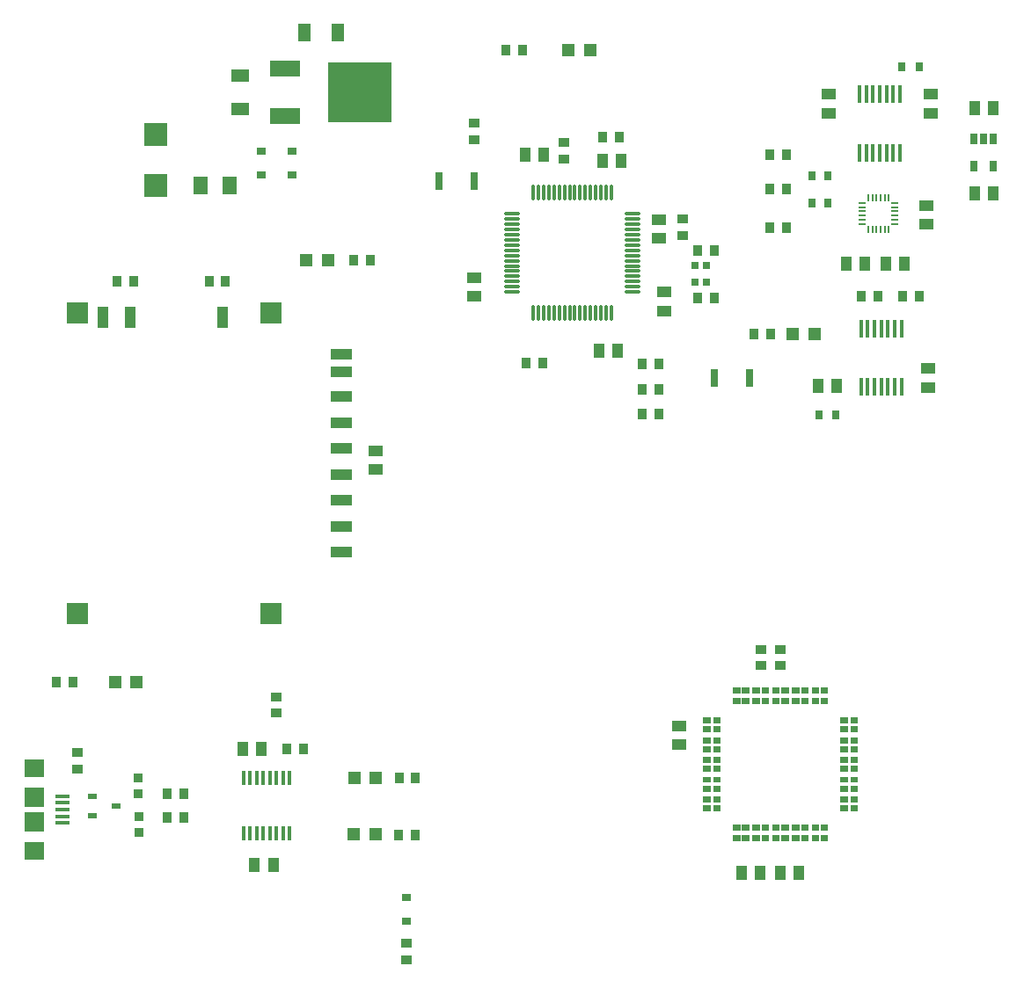
<source format=gtp>
G04*
G04 #@! TF.GenerationSoftware,Altium Limited,Altium Designer,20.1.7 (139)*
G04*
G04 Layer_Color=8421504*
%FSAX25Y25*%
%MOIN*%
G70*
G04*
G04 #@! TF.SameCoordinates,DA313D72-2D91-44CA-A48C-88C92DA8F196*
G04*
G04*
G04 #@! TF.FilePolarity,Positive*
G04*
G01*
G75*
%ADD21R,0.01500X0.05500*%
%ADD22R,0.08898X0.08504*%
%ADD23R,0.02756X0.03386*%
%ADD24R,0.03937X0.03543*%
%ADD25R,0.03937X0.03543*%
%ADD26R,0.04252X0.05591*%
%ADD27R,0.05591X0.04252*%
G04:AMPARAMS|DCode=28|XSize=25.2mil|YSize=8.66mil|CornerRadius=1.08mil|HoleSize=0mil|Usage=FLASHONLY|Rotation=0.000|XOffset=0mil|YOffset=0mil|HoleType=Round|Shape=RoundedRectangle|*
%AMROUNDEDRECTD28*
21,1,0.02520,0.00650,0,0,0.0*
21,1,0.02303,0.00866,0,0,0.0*
1,1,0.00217,0.01152,-0.00325*
1,1,0.00217,-0.01152,-0.00325*
1,1,0.00217,-0.01152,0.00325*
1,1,0.00217,0.01152,0.00325*
%
%ADD28ROUNDEDRECTD28*%
G04:AMPARAMS|DCode=29|XSize=25.2mil|YSize=8.66mil|CornerRadius=1.08mil|HoleSize=0mil|Usage=FLASHONLY|Rotation=90.000|XOffset=0mil|YOffset=0mil|HoleType=Round|Shape=RoundedRectangle|*
%AMROUNDEDRECTD29*
21,1,0.02520,0.00650,0,0,90.0*
21,1,0.02303,0.00866,0,0,90.0*
1,1,0.00217,0.00325,0.01152*
1,1,0.00217,0.00325,-0.01152*
1,1,0.00217,-0.00325,-0.01152*
1,1,0.00217,-0.00325,0.01152*
%
%ADD29ROUNDEDRECTD29*%
%ADD30R,0.04724X0.04724*%
%ADD31R,0.03543X0.03937*%
%ADD32R,0.07480X0.07480*%
%ADD33R,0.07480X0.07087*%
%ADD34R,0.05315X0.01575*%
%ADD35R,0.03543X0.03150*%
%ADD36R,0.06693X0.04724*%
%ADD37R,0.04724X0.06693*%
%ADD38R,0.11811X0.06299*%
%ADD39R,0.24410X0.22835*%
%ADD40R,0.03110X0.03661*%
G04:AMPARAMS|DCode=41|XSize=23.62mil|YSize=43.31mil|CornerRadius=1.77mil|HoleSize=0mil|Usage=FLASHONLY|Rotation=0.000|XOffset=0mil|YOffset=0mil|HoleType=Round|Shape=RoundedRectangle|*
%AMROUNDEDRECTD41*
21,1,0.02362,0.03976,0,0,0.0*
21,1,0.02008,0.04331,0,0,0.0*
1,1,0.00354,0.01004,-0.01988*
1,1,0.00354,-0.01004,-0.01988*
1,1,0.00354,-0.01004,0.01988*
1,1,0.00354,0.01004,0.01988*
%
%ADD41ROUNDEDRECTD41*%
%ADD42O,0.06299X0.01181*%
%ADD43O,0.01181X0.06299*%
%ADD44R,0.07874X0.04331*%
%ADD45R,0.03937X0.07874*%
%ADD46R,0.07874X0.07874*%
%ADD47R,0.03150X0.06693*%
%ADD48R,0.02600X0.03000*%
%ADD49R,0.01400X0.06600*%
%ADD50R,0.03819X0.03622*%
%ADD51R,0.03543X0.02362*%
%ADD52R,0.05197X0.07087*%
G36*
X0272677Y0095591D02*
X0269843D01*
Y0097874D01*
X0272677D01*
Y0095591D01*
D02*
G37*
G36*
X0268740D02*
X0265905D01*
Y0097874D01*
X0268740D01*
Y0095591D01*
D02*
G37*
G36*
X0272677Y0091496D02*
X0269843D01*
Y0093779D01*
X0272677D01*
Y0091496D01*
D02*
G37*
G36*
X0268740D02*
X0265905D01*
Y0093779D01*
X0268740D01*
Y0091496D01*
D02*
G37*
G36*
X0272677Y0088110D02*
X0269843D01*
Y0090394D01*
X0272677D01*
Y0088110D01*
D02*
G37*
G36*
X0268740D02*
X0265905D01*
Y0090394D01*
X0268740D01*
Y0088110D01*
D02*
G37*
G36*
X0272677Y0084016D02*
X0269843D01*
Y0086299D01*
X0272677D01*
Y0084016D01*
D02*
G37*
G36*
X0268740D02*
X0265905D01*
Y0086299D01*
X0268740D01*
Y0084016D01*
D02*
G37*
G36*
X0272677Y0080630D02*
X0269843D01*
Y0082913D01*
X0272677D01*
Y0080630D01*
D02*
G37*
G36*
X0268740D02*
X0265905D01*
Y0082913D01*
X0268740D01*
Y0080630D01*
D02*
G37*
G36*
X0295000Y0073268D02*
X0292165D01*
Y0075551D01*
X0295000D01*
Y0073268D01*
D02*
G37*
G36*
X0290905D02*
X0288071D01*
Y0075551D01*
X0290905D01*
Y0073268D01*
D02*
G37*
G36*
X0287520D02*
X0284685D01*
Y0075551D01*
X0287520D01*
Y0073268D01*
D02*
G37*
G36*
X0283425D02*
X0280591D01*
Y0075551D01*
X0283425D01*
Y0073268D01*
D02*
G37*
G36*
X0280039D02*
X0277205D01*
Y0075551D01*
X0280039D01*
Y0073268D01*
D02*
G37*
G36*
X0295000Y0069331D02*
X0292165D01*
Y0071614D01*
X0295000D01*
Y0069331D01*
D02*
G37*
G36*
X0290905D02*
X0288071D01*
Y0071614D01*
X0290905D01*
Y0069331D01*
D02*
G37*
G36*
X0287520D02*
X0284685D01*
Y0071614D01*
X0287520D01*
Y0069331D01*
D02*
G37*
G36*
X0283425D02*
X0280591D01*
Y0071614D01*
X0283425D01*
Y0069331D01*
D02*
G37*
G36*
X0280039D02*
X0277205D01*
Y0071614D01*
X0280039D01*
Y0069331D01*
D02*
G37*
G36*
X0272677Y0113937D02*
X0269843D01*
Y0116220D01*
X0272677D01*
Y0113937D01*
D02*
G37*
G36*
X0268740D02*
X0265905D01*
Y0116220D01*
X0268740D01*
Y0113937D01*
D02*
G37*
G36*
X0272677Y0110551D02*
X0269843D01*
Y0112835D01*
X0272677D01*
Y0110551D01*
D02*
G37*
G36*
X0268740D02*
X0265905D01*
Y0112835D01*
X0268740D01*
Y0110551D01*
D02*
G37*
G36*
X0272677Y0106457D02*
X0269843D01*
Y0108740D01*
X0272677D01*
Y0106457D01*
D02*
G37*
G36*
X0268740D02*
X0265905D01*
Y0108740D01*
X0268740D01*
Y0106457D01*
D02*
G37*
G36*
X0272677Y0103071D02*
X0269843D01*
Y0105354D01*
X0272677D01*
Y0103071D01*
D02*
G37*
G36*
X0268740D02*
X0265905D01*
Y0105354D01*
X0268740D01*
Y0103071D01*
D02*
G37*
G36*
X0272677Y0098976D02*
X0269843D01*
Y0101260D01*
X0272677D01*
Y0098976D01*
D02*
G37*
G36*
X0268740D02*
X0265905D01*
Y0101260D01*
X0268740D01*
Y0098976D01*
D02*
G37*
G36*
X0295000Y0125236D02*
X0292165D01*
Y0127520D01*
X0295000D01*
Y0125236D01*
D02*
G37*
G36*
X0290905D02*
X0288071D01*
Y0127520D01*
X0290905D01*
Y0125236D01*
D02*
G37*
G36*
X0287520D02*
X0284685D01*
Y0127520D01*
X0287520D01*
Y0125236D01*
D02*
G37*
G36*
X0283425D02*
X0280591D01*
Y0127520D01*
X0283425D01*
Y0125236D01*
D02*
G37*
G36*
X0280039D02*
X0277205D01*
Y0127520D01*
X0280039D01*
Y0125236D01*
D02*
G37*
G36*
X0295000Y0121299D02*
X0292165D01*
Y0123583D01*
X0295000D01*
Y0121299D01*
D02*
G37*
G36*
X0290905D02*
X0288071D01*
Y0123583D01*
X0290905D01*
Y0121299D01*
D02*
G37*
G36*
X0287520D02*
X0284685D01*
Y0123583D01*
X0287520D01*
Y0121299D01*
D02*
G37*
G36*
X0283425D02*
X0280591D01*
Y0123583D01*
X0283425D01*
Y0121299D01*
D02*
G37*
G36*
X0280039D02*
X0277205D01*
Y0123583D01*
X0280039D01*
Y0121299D01*
D02*
G37*
G36*
X0313347Y0073268D02*
X0310512D01*
Y0075551D01*
X0313347D01*
Y0073268D01*
D02*
G37*
G36*
X0309961D02*
X0307126D01*
Y0075551D01*
X0309961D01*
Y0073268D01*
D02*
G37*
G36*
X0305866D02*
X0303031D01*
Y0075551D01*
X0305866D01*
Y0073268D01*
D02*
G37*
G36*
X0302480D02*
X0299646D01*
Y0075551D01*
X0302480D01*
Y0073268D01*
D02*
G37*
G36*
X0298386D02*
X0295551D01*
Y0075551D01*
X0298386D01*
Y0073268D01*
D02*
G37*
G36*
X0313347Y0069331D02*
X0310512D01*
Y0071614D01*
X0313347D01*
Y0069331D01*
D02*
G37*
G36*
X0309961D02*
X0307126D01*
Y0071614D01*
X0309961D01*
Y0069331D01*
D02*
G37*
G36*
X0305866D02*
X0303031D01*
Y0071614D01*
X0305866D01*
Y0069331D01*
D02*
G37*
G36*
X0302480D02*
X0299646D01*
Y0071614D01*
X0302480D01*
Y0069331D01*
D02*
G37*
G36*
X0298386D02*
X0295551D01*
Y0071614D01*
X0298386D01*
Y0069331D01*
D02*
G37*
G36*
X0324646Y0095591D02*
X0321811D01*
Y0097874D01*
X0324646D01*
Y0095591D01*
D02*
G37*
G36*
X0320709D02*
X0317874D01*
Y0097874D01*
X0320709D01*
Y0095591D01*
D02*
G37*
G36*
X0324646Y0091496D02*
X0321811D01*
Y0093779D01*
X0324646D01*
Y0091496D01*
D02*
G37*
G36*
X0320709D02*
X0317874D01*
Y0093779D01*
X0320709D01*
Y0091496D01*
D02*
G37*
G36*
X0324646Y0088110D02*
X0321811D01*
Y0090394D01*
X0324646D01*
Y0088110D01*
D02*
G37*
G36*
X0320709D02*
X0317874D01*
Y0090394D01*
X0320709D01*
Y0088110D01*
D02*
G37*
G36*
X0324646Y0084016D02*
X0321811D01*
Y0086299D01*
X0324646D01*
Y0084016D01*
D02*
G37*
G36*
X0320709D02*
X0317874D01*
Y0086299D01*
X0320709D01*
Y0084016D01*
D02*
G37*
G36*
X0324646Y0080630D02*
X0321811D01*
Y0082913D01*
X0324646D01*
Y0080630D01*
D02*
G37*
G36*
X0320709D02*
X0317874D01*
Y0082913D01*
X0320709D01*
Y0080630D01*
D02*
G37*
G36*
X0313347Y0125236D02*
X0310512D01*
Y0127520D01*
X0313347D01*
Y0125236D01*
D02*
G37*
G36*
X0309961D02*
X0307126D01*
Y0127520D01*
X0309961D01*
Y0125236D01*
D02*
G37*
G36*
X0305866D02*
X0303031D01*
Y0127520D01*
X0305866D01*
Y0125236D01*
D02*
G37*
G36*
X0302480D02*
X0299646D01*
Y0127520D01*
X0302480D01*
Y0125236D01*
D02*
G37*
G36*
X0298386D02*
X0295551D01*
Y0127520D01*
X0298386D01*
Y0125236D01*
D02*
G37*
G36*
X0313347Y0121299D02*
X0310512D01*
Y0123583D01*
X0313347D01*
Y0121299D01*
D02*
G37*
G36*
X0309961D02*
X0307126D01*
Y0123583D01*
X0309961D01*
Y0121299D01*
D02*
G37*
G36*
X0305866D02*
X0303031D01*
Y0123583D01*
X0305866D01*
Y0121299D01*
D02*
G37*
G36*
X0302480D02*
X0299646D01*
Y0123583D01*
X0302480D01*
Y0121299D01*
D02*
G37*
G36*
X0298386D02*
X0295551D01*
Y0123583D01*
X0298386D01*
Y0121299D01*
D02*
G37*
G36*
X0324646Y0113937D02*
X0321811D01*
Y0116220D01*
X0324646D01*
Y0113937D01*
D02*
G37*
G36*
X0320709D02*
X0317874D01*
Y0116220D01*
X0320709D01*
Y0113937D01*
D02*
G37*
G36*
X0324646Y0110551D02*
X0321811D01*
Y0112835D01*
X0324646D01*
Y0110551D01*
D02*
G37*
G36*
X0320709D02*
X0317874D01*
Y0112835D01*
X0320709D01*
Y0110551D01*
D02*
G37*
G36*
X0324646Y0106457D02*
X0321811D01*
Y0108740D01*
X0324646D01*
Y0106457D01*
D02*
G37*
G36*
X0320709D02*
X0317874D01*
Y0108740D01*
X0320709D01*
Y0106457D01*
D02*
G37*
G36*
X0324646Y0103071D02*
X0321811D01*
Y0105354D01*
X0324646D01*
Y0103071D01*
D02*
G37*
G36*
X0320709D02*
X0317874D01*
Y0105354D01*
X0320709D01*
Y0103071D01*
D02*
G37*
G36*
X0324646Y0098976D02*
X0321811D01*
Y0101260D01*
X0324646D01*
Y0098976D01*
D02*
G37*
G36*
X0320709D02*
X0317874D01*
Y0101260D01*
X0320709D01*
Y0098976D01*
D02*
G37*
D21*
X0091750Y0093327D02*
D03*
X0094250D02*
D03*
X0096750D02*
D03*
X0099250D02*
D03*
X0101750D02*
D03*
X0104250D02*
D03*
X0106750D02*
D03*
X0109250D02*
D03*
Y0072327D02*
D03*
X0106750D02*
D03*
X0104250D02*
D03*
X0101750D02*
D03*
X0099250D02*
D03*
X0096750D02*
D03*
X0094250D02*
D03*
X0091750D02*
D03*
D22*
X0058661Y0317913D02*
D03*
Y0337205D02*
D03*
D23*
X0307214Y0311283D02*
D03*
X0313021D02*
D03*
X0307214Y0321716D02*
D03*
X0313021D02*
D03*
D24*
X0295276Y0135827D02*
D03*
X0287795D02*
D03*
D25*
X0295276Y0142126D02*
D03*
X0287795D02*
D03*
X0179342Y0341611D02*
D03*
Y0335311D02*
D03*
X0153543Y0030642D02*
D03*
Y0024342D02*
D03*
X0258082Y0305193D02*
D03*
Y0298894D02*
D03*
X0213020Y0328033D02*
D03*
Y0334333D02*
D03*
X0104250Y0117833D02*
D03*
Y0124132D02*
D03*
X0029000Y0096527D02*
D03*
Y0102827D02*
D03*
D26*
X0280532Y0057284D02*
D03*
X0287579D02*
D03*
X0095976Y0060327D02*
D03*
X0103024D02*
D03*
X0295295Y0057284D02*
D03*
X0302343D02*
D03*
X0316653Y0241957D02*
D03*
X0309605D02*
D03*
X0342097Y0288477D02*
D03*
X0335050D02*
D03*
X0327074D02*
D03*
X0320027D02*
D03*
X0375779Y0347319D02*
D03*
X0368731D02*
D03*
X0375779Y0314839D02*
D03*
X0368731D02*
D03*
X0233574Y0255477D02*
D03*
X0226527D02*
D03*
X0198456Y0329603D02*
D03*
X0205503D02*
D03*
X0227853Y0327477D02*
D03*
X0234901D02*
D03*
X0098532Y0104327D02*
D03*
X0091484D02*
D03*
D27*
X0256693Y0112972D02*
D03*
Y0105925D02*
D03*
X0350601Y0303264D02*
D03*
Y0310311D02*
D03*
X0142000Y0217272D02*
D03*
Y0210224D02*
D03*
X0313534Y0352500D02*
D03*
Y0345453D02*
D03*
X0352050Y0352500D02*
D03*
Y0345453D02*
D03*
X0351050Y0241453D02*
D03*
Y0248500D02*
D03*
X0249223Y0304977D02*
D03*
Y0297930D02*
D03*
X0251050Y0277500D02*
D03*
Y0270453D02*
D03*
X0179145Y0275882D02*
D03*
Y0282929D02*
D03*
D28*
X0326330Y0311331D02*
D03*
X0326310Y0309756D02*
D03*
X0326330Y0308182D02*
D03*
Y0306607D02*
D03*
Y0305032D02*
D03*
Y0303457D02*
D03*
X0338495D02*
D03*
Y0305032D02*
D03*
Y0306607D02*
D03*
Y0308182D02*
D03*
Y0309756D02*
D03*
Y0311331D02*
D03*
D29*
X0328475Y0301311D02*
D03*
X0330050D02*
D03*
X0331625D02*
D03*
X0333200D02*
D03*
X0334775D02*
D03*
X0336349D02*
D03*
Y0313477D02*
D03*
X0334775D02*
D03*
X0333200D02*
D03*
X0331625D02*
D03*
X0330050D02*
D03*
X0328475D02*
D03*
D30*
X0308279Y0261689D02*
D03*
X0300011D02*
D03*
X0223098Y0369311D02*
D03*
X0214831D02*
D03*
X0051323Y0129595D02*
D03*
X0043055D02*
D03*
X0142000Y0093327D02*
D03*
X0133732D02*
D03*
X0141768Y0071827D02*
D03*
X0133500D02*
D03*
X0123850Y0289748D02*
D03*
X0115583D02*
D03*
D31*
X0285247Y0261642D02*
D03*
X0291546D02*
D03*
X0197614Y0369311D02*
D03*
X0191315D02*
D03*
X0027134Y0129488D02*
D03*
X0020835D02*
D03*
X0347700Y0275977D02*
D03*
X0341401D02*
D03*
X0325901D02*
D03*
X0332200D02*
D03*
X0242901Y0231177D02*
D03*
X0249200D02*
D03*
Y0240737D02*
D03*
X0242901D02*
D03*
X0297527Y0329631D02*
D03*
X0291227D02*
D03*
X0297527Y0316783D02*
D03*
X0291227D02*
D03*
Y0302072D02*
D03*
X0297527D02*
D03*
X0242901Y0250296D02*
D03*
X0249200D02*
D03*
X0205250Y0250679D02*
D03*
X0198951D02*
D03*
X0227853Y0336477D02*
D03*
X0234153D02*
D03*
X0085000Y0281748D02*
D03*
X0078701D02*
D03*
X0050150D02*
D03*
X0043850D02*
D03*
X0114650Y0104327D02*
D03*
X0108350D02*
D03*
X0062850Y0087327D02*
D03*
Y0078327D02*
D03*
X0069150D02*
D03*
Y0087327D02*
D03*
X0263901Y0275477D02*
D03*
X0270200D02*
D03*
X0270200Y0293477D02*
D03*
X0263901D02*
D03*
X0157016Y0093327D02*
D03*
X0150716D02*
D03*
X0156783Y0071727D02*
D03*
X0150484D02*
D03*
X0133567Y0289748D02*
D03*
X0139866D02*
D03*
D32*
X0012500Y0086051D02*
D03*
Y0076602D02*
D03*
D33*
Y0097075D02*
D03*
Y0065579D02*
D03*
D34*
X0023031Y0086445D02*
D03*
Y0076209D02*
D03*
Y0083886D02*
D03*
Y0081327D02*
D03*
Y0078768D02*
D03*
D35*
X0110236Y0321913D02*
D03*
Y0330968D02*
D03*
X0153543Y0048020D02*
D03*
Y0038965D02*
D03*
X0098425Y0321913D02*
D03*
Y0330968D02*
D03*
D36*
X0090551Y0347047D02*
D03*
Y0359646D02*
D03*
D37*
X0127362Y0375984D02*
D03*
X0114764D02*
D03*
D38*
X0107559Y0362343D02*
D03*
Y0344350D02*
D03*
D39*
X0135827Y0353346D02*
D03*
D40*
X0341322Y0362977D02*
D03*
X0347779D02*
D03*
X0316279Y0230977D02*
D03*
X0309822D02*
D03*
D41*
X0375932Y0325437D02*
D03*
X0368452D02*
D03*
Y0335674D02*
D03*
X0372192D02*
D03*
X0375932D02*
D03*
D42*
X0239184Y0277634D02*
D03*
X0239184Y0279603D02*
D03*
Y0281571D02*
D03*
X0239184Y0283540D02*
D03*
Y0285508D02*
D03*
Y0287477D02*
D03*
Y0289445D02*
D03*
Y0291414D02*
D03*
X0239184Y0293382D02*
D03*
Y0295351D02*
D03*
X0239184Y0297319D02*
D03*
Y0299288D02*
D03*
Y0301256D02*
D03*
Y0303225D02*
D03*
Y0305193D02*
D03*
Y0307162D02*
D03*
X0193515Y0307162D02*
D03*
Y0305193D02*
D03*
Y0303225D02*
D03*
X0193515Y0301256D02*
D03*
Y0299288D02*
D03*
X0193515Y0297319D02*
D03*
Y0295351D02*
D03*
Y0293382D02*
D03*
Y0291414D02*
D03*
Y0289445D02*
D03*
Y0287477D02*
D03*
Y0285508D02*
D03*
Y0283540D02*
D03*
Y0281571D02*
D03*
Y0279603D02*
D03*
Y0277634D02*
D03*
D43*
X0231113Y0315233D02*
D03*
X0229145D02*
D03*
X0227176D02*
D03*
X0225208D02*
D03*
X0223239D02*
D03*
X0221271D02*
D03*
X0219302D02*
D03*
X0217334D02*
D03*
X0215365D02*
D03*
X0213397D02*
D03*
X0211428D02*
D03*
X0209460Y0315233D02*
D03*
X0207491D02*
D03*
X0205523Y0315233D02*
D03*
X0203554D02*
D03*
X0201586D02*
D03*
X0201586Y0269563D02*
D03*
X0203554D02*
D03*
X0205523D02*
D03*
X0207491D02*
D03*
X0209460D02*
D03*
X0211428D02*
D03*
X0213397Y0269563D02*
D03*
X0215365D02*
D03*
X0217334Y0269563D02*
D03*
X0219302D02*
D03*
X0221271D02*
D03*
X0223239D02*
D03*
X0225208D02*
D03*
X0227176Y0269563D02*
D03*
X0229145D02*
D03*
X0231113Y0269563D02*
D03*
D44*
X0128858Y0188681D02*
D03*
Y0198524D02*
D03*
Y0208366D02*
D03*
Y0218209D02*
D03*
Y0228051D02*
D03*
Y0237894D02*
D03*
Y0247441D02*
D03*
Y0254134D02*
D03*
Y0178839D02*
D03*
D45*
X0083976Y0268110D02*
D03*
X0048740D02*
D03*
X0038504D02*
D03*
D46*
X0102284Y0269685D02*
D03*
Y0155512D02*
D03*
X0028858Y0269685D02*
D03*
Y0155512D02*
D03*
D47*
X0270090Y0244957D02*
D03*
X0283475D02*
D03*
X0165956Y0319760D02*
D03*
X0179342D02*
D03*
D48*
X0267100Y0287646D02*
D03*
Y0281308D02*
D03*
X0263000D02*
D03*
Y0287646D02*
D03*
D49*
X0341062Y0263766D02*
D03*
X0338503D02*
D03*
X0335944D02*
D03*
X0333385D02*
D03*
X0330826D02*
D03*
X0328267D02*
D03*
X0325708D02*
D03*
X0325708Y0241566D02*
D03*
X0328267D02*
D03*
X0330826D02*
D03*
X0333385D02*
D03*
X0335944D02*
D03*
X0338503D02*
D03*
X0341062D02*
D03*
X0325208Y0330314D02*
D03*
X0327767D02*
D03*
X0330326D02*
D03*
X0332885D02*
D03*
X0335444D02*
D03*
X0338003D02*
D03*
X0340562D02*
D03*
X0340562Y0352514D02*
D03*
X0338003D02*
D03*
X0335444D02*
D03*
X0332885D02*
D03*
X0330326D02*
D03*
X0327767D02*
D03*
X0325208D02*
D03*
D50*
X0052000Y0093378D02*
D03*
Y0087276D02*
D03*
X0052202Y0078625D02*
D03*
Y0072522D02*
D03*
D51*
X0034497Y0086365D02*
D03*
Y0078884D02*
D03*
X0043552Y0082625D02*
D03*
D52*
X0075492Y0318138D02*
D03*
X0086476D02*
D03*
M02*

</source>
